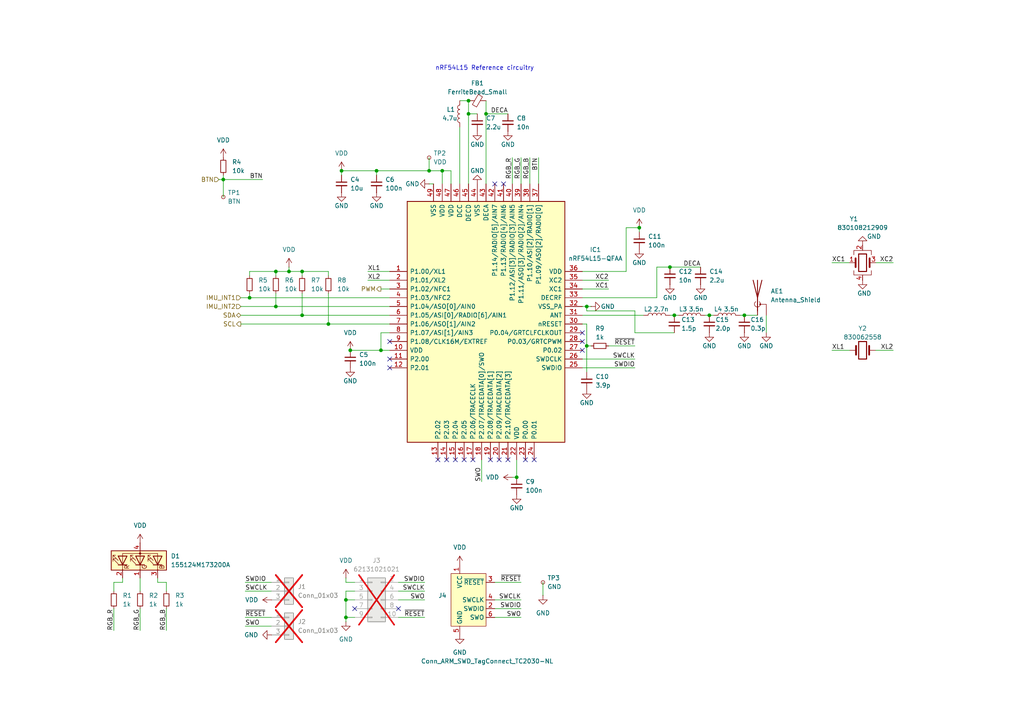
<source format=kicad_sch>
(kicad_sch (version 20231120) (generator "eeschema") (generator_version "8.0")
  (paper "A4")
  (lib_symbols
    (symbol "Connector:Conn_ARM_SWD_TagConnect_TC2030-NL" (in_bom no)
      (property "Reference" "J" (at 2.54 11.43 0))
      (property "Value" "Conn_ARM_SWD_TagConnect_TC2030-NL" (at 2.54 8.89 0))
      (symbol "Conn_ARM_SWD_TagConnect_TC2030-NL_0_0"
        (pin power_in line (at -2.54 10.16 270) (length 2.54) (name "VCC") (number "1"))
        (pin bidirectional line (at 7.62 -2.54 180) (length 2.54) (name "SWDIO") (number "2"))
        (pin open_collector line (at 7.62 5.08 180) (length 2.54) (name "~{RESET}") (number "3"))
        (pin output line (at 7.62 0 180) (length 2.54) (name "SWCLK") (number "4"))
        (pin power_in line (at -2.54 -10.16 90) (length 2.54) (name "GND") (number "5"))
        (pin input line (at 7.62 -5.08 180) (length 2.54) (name "SWO") (number "6"))
      )
      (symbol "Conn_ARM_SWD_TagConnect_TC2030-NL_0_1"
        (rectangle (start -5.08 7.62) (end 5.08 -7.62) (fill (type background)))
      )
    )
    (symbol "Connector:TestPoint_Small" (pin_numbers hide) (pin_names (offset 0.762) hide)
      (property "Reference" "TP" (at 0 3.81 0))
      (property "Value" "TestPoint_Small" (at 0 2.032 0))
      (symbol "TestPoint_Small_0_1"
        (circle (center 0 0) (radius 0.508))
      )
      (symbol "TestPoint_Small_1_1"
        (pin passive line (at 0 0 90) (length 0) (name "1") (number "1"))
      )
    )
    (symbol "Connector_Generic:Conn_01x03" (pin_names (offset 1.016) hide)
      (property "Reference" "J" (at 0 5.08 0))
      (property "Value" "Conn_01x03" (at 0 -5.08 0))
      (symbol "Conn_01x03_1_1"
        (rectangle (start -1.27 -2.413) (end 0 -2.667) (stroke (width 0.1524)))
        (rectangle (start -1.27 0.127) (end 0 -0.127) (stroke (width 0.1524)))
        (rectangle (start -1.27 2.667) (end 0 2.413) (stroke (width 0.1524)))
        (rectangle (start -1.27 3.81) (end 1.27 -3.81) (stroke (width 0.254)) (fill (type background)))
        (pin passive line (at -5.08 2.54 0) (length 3.81) (name "Pin_1") (number "1"))
        (pin passive line (at -5.08 0 0) (length 3.81) (name "Pin_2") (number "2"))
        (pin passive line (at -5.08 -2.54 0) (length 3.81) (name "Pin_3") (number "3"))
      )
    )
    (symbol "Connector_Generic:Conn_02x05_Odd_Even" (pin_names (offset 1.016) hide)
      (property "Reference" "J" (at 1.27 7.62 0))
      (property "Value" "Conn_02x05_Odd_Even" (at 1.27 -7.62 0))
      (symbol "Conn_02x05_Odd_Even_1_1"
        (rectangle (start -1.27 -4.953) (end 0 -5.207) (stroke (width 0.1524)))
        (rectangle (start -1.27 -2.413) (end 0 -2.667) (stroke (width 0.1524)))
        (rectangle (start -1.27 0.127) (end 0 -0.127) (stroke (width 0.1524)))
        (rectangle (start -1.27 2.667) (end 0 2.413) (stroke (width 0.1524)))
        (rectangle (start -1.27 5.207) (end 0 4.953) (stroke (width 0.1524)))
        (rectangle (start -1.27 6.35) (end 3.81 -6.35) (stroke (width 0.254)) (fill (type background)))
        (rectangle (start 3.81 -4.953) (end 2.54 -5.207) (stroke (width 0.1524)))
        (rectangle (start 3.81 -2.413) (end 2.54 -2.667) (stroke (width 0.1524)))
        (rectangle (start 3.81 0.127) (end 2.54 -0.127) (stroke (width 0.1524)))
        (rectangle (start 3.81 2.667) (end 2.54 2.413) (stroke (width 0.1524)))
        (rectangle (start 3.81 5.207) (end 2.54 4.953) (stroke (width 0.1524)))
        (pin passive line (at -5.08 5.08 0) (length 3.81) (name "Pin_1") (number "1"))
        (pin passive line (at 7.62 -5.08 180) (length 3.81) (name "Pin_10") (number "10"))
        (pin passive line (at 7.62 5.08 180) (length 3.81) (name "Pin_2") (number "2"))
        (pin passive line (at -5.08 2.54 0) (length 3.81) (name "Pin_3") (number "3"))
        (pin passive line (at 7.62 2.54 180) (length 3.81) (name "Pin_4") (number "4"))
        (pin passive line (at -5.08 0 0) (length 3.81) (name "Pin_5") (number "5"))
        (pin passive line (at 7.62 0 180) (length 3.81) (name "Pin_6") (number "6"))
        (pin passive line (at -5.08 -2.54 0) (length 3.81) (name "Pin_7") (number "7"))
        (pin passive line (at 7.62 -2.54 180) (length 3.81) (name "Pin_8") (number "8"))
        (pin passive line (at -5.08 -5.08 0) (length 3.81) (name "Pin_9") (number "9"))
      )
    )
    (symbol "Device:Antenna_Shield" (pin_numbers hide) (pin_names (offset 1.016) hide)
      (property "Reference" "AE" (at -1.905 4.445 0))
      (property "Value" "Antenna_Shield" (at -1.905 2.54 0))
      (symbol "Antenna_Shield_0_1"
        (arc (start -0.508 -1.143) (mid -0.8429 -2.1194) (end 0 -2.667))
        (arc (start 0 -2.667) (mid 0.7989 -2.1052) (end 0.508 -1.143))
        (polyline (pts (xy 0 -2.54) (xy 0 0)))
        (polyline (pts (xy 0 5.08) (xy 0 -3.81)) (stroke (width 0.254)))
        (polyline (pts (xy 0.762 -1.905) (xy 2.54 -1.905)))
        (polyline (pts (xy 2.54 -2.54) (xy 2.54 -1.905)))
        (polyline (pts (xy 1.27 5.08) (xy 0 0) (xy -1.27 5.08)) (stroke (width 0.254)))
        (circle (center 0.762 -1.905) (radius 0.1778) (fill (type outline)))
      )
      (symbol "Antenna_Shield_1_1"
        (pin input line (at 0 -5.08 90) (length 2.54) (name "A") (number "1"))
        (pin input line (at 2.54 -5.08 90) (length 2.54) (name "Shield") (number "2"))
      )
    )
    (symbol "Device:C_Small" (pin_numbers hide) (pin_names (offset 0.254) hide)
      (property "Reference" "C" (at 0.254 1.778 0))
      (property "Value" "C_Small" (at 0.254 -2.032 0))
      (symbol "C_Small_0_1"
        (polyline (pts (xy -1.524 -0.508) (xy 1.524 -0.508)) (stroke (width 0.3302)))
        (polyline (pts (xy -1.524 0.508) (xy 1.524 0.508)) (stroke (width 0.3048)))
      )
      (symbol "C_Small_1_1"
        (pin passive line (at 0 2.54 270) (length 2.032) (name "~") (number "1"))
        (pin passive line (at 0 -2.54 90) (length 2.032) (name "~") (number "2"))
      )
    )
    (symbol "Device:Crystal" (pin_numbers hide) (pin_names (offset 1.016) hide)
      (property "Reference" "Y" (at 0 3.81 0))
      (property "Value" "Crystal" (at 0 -3.81 0))
      (symbol "Crystal_0_1"
        (rectangle (start -1.143 2.54) (end 1.143 -2.54) (stroke (width 0.3048)))
        (polyline (pts (xy -2.54 0) (xy -1.905 0)))
        (polyline (pts (xy -1.905 -1.27) (xy -1.905 1.27)) (stroke (width 0.508)))
        (polyline (pts (xy 1.905 -1.27) (xy 1.905 1.27)) (stroke (width 0.508)))
        (polyline (pts (xy 2.54 0) (xy 1.905 0)))
      )
      (symbol "Crystal_1_1"
        (pin passive line (at -3.81 0 0) (length 1.27) (name "1") (number "1"))
        (pin passive line (at 3.81 0 180) (length 1.27) (name "2") (number "2"))
      )
    )
    (symbol "Device:Crystal_GND24" (pin_names (offset 1.016) hide)
      (property "Reference" "Y" (at 3.175 5.08 0))
      (property "Value" "Crystal_GND24" (at 3.175 3.175 0))
      (symbol "Crystal_GND24_0_1"
        (rectangle (start -1.143 2.54) (end 1.143 -2.54) (stroke (width 0.3048)))
        (polyline (pts (xy -2.54 0) (xy -2.032 0)))
        (polyline (pts (xy -2.032 -1.27) (xy -2.032 1.27)) (stroke (width 0.508)))
        (polyline (pts (xy 0 -3.81) (xy 0 -3.556)))
        (polyline (pts (xy 0 3.556) (xy 0 3.81)))
        (polyline (pts (xy 2.032 -1.27) (xy 2.032 1.27)) (stroke (width 0.508)))
        (polyline (pts (xy 2.032 0) (xy 2.54 0)))
        (polyline (pts (xy -2.54 -2.286) (xy -2.54 -3.556) (xy 2.54 -3.556) (xy 2.54 -2.286)))
        (polyline (pts (xy -2.54 2.286) (xy -2.54 3.556) (xy 2.54 3.556) (xy 2.54 2.286)))
      )
      (symbol "Crystal_GND24_1_1"
        (pin passive line (at -3.81 0 0) (length 1.27) (name "1") (number "1"))
        (pin passive line (at 0 5.08 270) (length 1.27) (name "2") (number "2"))
        (pin passive line (at 3.81 0 180) (length 1.27) (name "3") (number "3"))
        (pin passive line (at 0 -5.08 90) (length 1.27) (name "4") (number "4"))
      )
    )
    (symbol "Device:FerriteBead_Small" (pin_numbers hide) (pin_names (offset 0))
      (property "Reference" "FB" (at 1.905 1.27 0))
      (property "Value" "FerriteBead_Small" (at 1.905 -1.27 0))
      (symbol "FerriteBead_Small_0_1"
        (polyline (pts (xy 0 -1.27) (xy 0 -0.7874)))
        (polyline (pts (xy 0 0.889) (xy 0 1.2954)))
        (polyline (pts (xy -1.8288 0.2794) (xy -1.1176 1.4986) (xy 1.8288 -0.2032) (xy 1.1176 -1.4224) (xy -1.8288 0.2794)))
      )
      (symbol "FerriteBead_Small_1_1"
        (pin passive line (at 0 2.54 270) (length 1.27) (name "~") (number "1"))
        (pin passive line (at 0 -2.54 90) (length 1.27) (name "~") (number "2"))
      )
    )
    (symbol "Device:L" (pin_numbers hide) (pin_names (offset 1.016) hide)
      (property "Reference" "L" (at -1.27 0 90))
      (property "Value" "L" (at 1.905 0 90))
      (symbol "L_0_1"
        (arc (start 0 -2.54) (mid 0.6323 -1.905) (end 0 -1.27))
        (arc (start 0 -1.27) (mid 0.6323 -0.635) (end 0 0))
        (arc (start 0 0) (mid 0.6323 0.635) (end 0 1.27))
        (arc (start 0 1.27) (mid 0.6323 1.905) (end 0 2.54))
      )
      (symbol "L_1_1"
        (pin passive line (at 0 3.81 270) (length 1.27) (name "1") (number "1"))
        (pin passive line (at 0 -3.81 90) (length 1.27) (name "2") (number "2"))
      )
    )
    (symbol "Device:LED_GRBA" (pin_names (offset 0) hide)
      (property "Reference" "D" (at 0 9.398 0))
      (property "Value" "LED_GRBA" (at 0 -8.89 0))
      (symbol "LED_GRBA_0_0"
        (text "B" (at -1.905 -6.35 0) (effects (font (size 1.27 1.27))))
        (text "G" (at -1.905 -1.27 0) (effects (font (size 1.27 1.27))))
        (text "R" (at -1.905 3.81 0) (effects (font (size 1.27 1.27))))
      )
      (symbol "LED_GRBA_0_1"
        (polyline (pts (xy -1.27 -5.08) (xy -2.54 -5.08)))
        (polyline (pts (xy -1.27 -5.08) (xy 1.27 -5.08)))
        (polyline (pts (xy -1.27 -3.81) (xy -1.27 -6.35)) (stroke (width 0.254)))
        (polyline (pts (xy -1.27 0) (xy -2.54 0)))
        (polyline (pts (xy -1.27 1.27) (xy -1.27 -1.27)) (stroke (width 0.254)))
        (polyline (pts (xy -1.27 5.08) (xy -2.54 5.08)))
        (polyline (pts (xy -1.27 5.08) (xy 1.27 5.08)))
        (polyline (pts (xy -1.27 6.35) (xy -1.27 3.81)) (stroke (width 0.254)))
        (polyline (pts (xy 1.27 0) (xy -1.27 0)))
        (polyline (pts (xy 1.27 0) (xy 2.54 0)))
        (polyline (pts (xy -1.27 1.27) (xy -1.27 -1.27) (xy -1.27 -1.27)))
        (polyline (pts (xy -1.27 6.35) (xy -1.27 3.81) (xy -1.27 3.81)))
        (polyline (pts (xy 1.27 -5.08) (xy 2.032 -5.08) (xy 2.032 5.08) (xy 1.27 5.08)))
        (polyline (pts (xy 1.27 -3.81) (xy 1.27 -6.35) (xy -1.27 -5.08) (xy 1.27 -3.81)) (stroke (width 0.254)))
        (polyline (pts (xy 1.27 1.27) (xy 1.27 -1.27) (xy -1.27 0) (xy 1.27 1.27)) (stroke (width 0.254)))
        (polyline (pts (xy 1.27 6.35) (xy 1.27 3.81) (xy -1.27 5.08) (xy 1.27 6.35)) (stroke (width 0.254)))
        (polyline (pts (xy -1.016 -3.81) (xy 0.508 -2.286) (xy -0.254 -2.286) (xy 0.508 -2.286) (xy 0.508 -3.048)))
        (polyline (pts (xy -1.016 1.27) (xy 0.508 2.794) (xy -0.254 2.794) (xy 0.508 2.794) (xy 0.508 2.032)))
        (polyline (pts (xy -1.016 6.35) (xy 0.508 7.874) (xy -0.254 7.874) (xy 0.508 7.874) (xy 0.508 7.112)))
        (polyline (pts (xy 0 -3.81) (xy 1.524 -2.286) (xy 0.762 -2.286) (xy 1.524 -2.286) (xy 1.524 -3.048)))
        (polyline (pts (xy 0 1.27) (xy 1.524 2.794) (xy 0.762 2.794) (xy 1.524 2.794) (xy 1.524 2.032)))
        (polyline (pts (xy 0 6.35) (xy 1.524 7.874) (xy 0.762 7.874) (xy 1.524 7.874) (xy 1.524 7.112)))
        (rectangle (start 1.27 -1.27) (end 1.27 1.27))
        (rectangle (start 1.27 1.27) (end 1.27 1.27))
        (rectangle (start 1.27 3.81) (end 1.27 6.35))
        (rectangle (start 1.27 6.35) (end 1.27 6.35))
        (circle (center 2.032 0) (radius 0.254) (fill (type outline)))
        (rectangle (start 2.794 8.382) (end -2.794 -7.62) (stroke (width 0.254)) (fill (type background)))
      )
      (symbol "LED_GRBA_1_1"
        (pin passive line (at -5.08 0 0) (length 2.54) (name "GK") (number "1"))
        (pin passive line (at -5.08 5.08 0) (length 2.54) (name "RK") (number "2"))
        (pin passive line (at -5.08 -5.08 0) (length 2.54) (name "BK") (number "3"))
        (pin passive line (at 5.08 0 180) (length 2.54) (name "A") (number "4"))
      )
    )
    (symbol "Device:R_Small" (pin_numbers hide) (pin_names (offset 0.254) hide)
      (property "Reference" "R" (at 0.762 0.508 0))
      (property "Value" "R_Small" (at 0.762 -1.016 0))
      (symbol "R_Small_0_1"
        (rectangle (start -0.762 1.778) (end 0.762 -1.778) (stroke (width 0.2032)))
      )
      (symbol "R_Small_1_1"
        (pin passive line (at 0 2.54 270) (length 0.762) (name "~") (number "1"))
        (pin passive line (at 0 -2.54 90) (length 0.762) (name "~") (number "2"))
      )
    )
    (symbol "bao-lib:nRF54L15-QFAA" (pin_names (offset 0.762))
      (property "Reference" "IC" (at 51.562 28.194 0))
      (property "Value" "nRF54L15-QFAA" (at 51.562 25.654 0))
      (symbol "nRF54L15-QFAA_0_0"
        (pin passive line (at 55.88 -2.54 180) (length 5.08) (name "XC2") (number "35"))
      )
      (symbol "nRF54L15-QFAA_0_1"
        (rectangle (start 5.08 20.32) (end 50.8 -49.53) (stroke (width 0.254)) (fill (type background)))
      )
      (symbol "nRF54L15-QFAA_1_0"
        (pin passive line (at 0 0 0) (length 5.08) (name "P1.00/XL1") (number "1"))
        (pin passive line (at 0 -22.86 0) (length 5.08) (name "VDD") (number "10"))
        (pin passive line (at 0 -25.4 0) (length 5.08) (name "P2.00") (number "11"))
        (pin passive line (at 0 -27.94 0) (length 5.08) (name "P2.01") (number "12"))
        (pin passive line (at 13.97 -54.61 90) (length 5.08) (name "P2.02") (number "13"))
        (pin passive line (at 16.51 -54.61 90) (length 5.08) (name "P2.03") (number "14"))
        (pin passive line (at 19.05 -54.61 90) (length 5.08) (name "P2.04") (number "15"))
        (pin passive line (at 21.59 -54.61 90) (length 5.08) (name "P2.05") (number "16"))
        (pin passive line (at 24.13 -54.61 90) (length 5.08) (name "P2.06/TRACECLK") (number "17"))
        (pin passive line (at 26.67 -54.61 90) (length 5.08) (name "P2.07/TRACEDATA[0]/SWO") (number "18"))
        (pin passive line (at 29.21 -54.61 90) (length 5.08) (name "P2.08/TRACEDATA[1]") (number "19"))
        (pin passive line (at 0 -2.54 0) (length 5.08) (name "P1.01/XL2") (number "2"))
        (pin passive line (at 31.75 -54.61 90) (length 5.08) (name "P2.09/TRACEDATA[2]") (number "20"))
        (pin passive line (at 34.29 -54.61 90) (length 5.08) (name "P2.10/TRACEDATA[3]") (number "21"))
        (pin passive line (at 36.83 -54.61 90) (length 5.08) (name "VDD") (number "22"))
        (pin passive line (at 39.37 -54.61 90) (length 5.08) (name "P0.00") (number "23"))
        (pin passive line (at 41.91 -54.61 90) (length 5.08) (name "P0.01") (number "24"))
        (pin passive line (at 55.88 -27.94 180) (length 5.08) (name "SWDIO") (number "25"))
        (pin passive line (at 55.88 -25.4 180) (length 5.08) (name "SWDCLK") (number "26"))
        (pin passive line (at 55.88 -22.86 180) (length 5.08) (name "P0.02") (number "27"))
        (pin passive line (at 55.88 -20.32 180) (length 5.08) (name "P0.03/GRTCPWM") (number "28"))
        (pin passive line (at 55.88 -17.78 180) (length 5.08) (name "P0.04/GRTCLFCLKOUT") (number "29"))
        (pin passive line (at 0 -5.08 0) (length 5.08) (name "P1.02/NFC1") (number "3"))
        (pin passive line (at 55.88 -15.24 180) (length 5.08) (name "nRESET") (number "30"))
        (pin passive line (at 55.88 -12.7 180) (length 5.08) (name "ANT") (number "31"))
        (pin passive line (at 55.88 -10.16 180) (length 5.08) (name "VSS_PA") (number "32"))
        (pin passive line (at 55.88 -7.62 180) (length 5.08) (name "DECRF") (number "33"))
        (pin passive line (at 55.88 -5.08 180) (length 5.08) (name "XC1") (number "34"))
        (pin passive line (at 55.88 0 180) (length 5.08) (name "VDD") (number "36"))
        (pin passive line (at 43.18 25.4 270) (length 5.08) (name "P1.09/ASO[2]/RADIO[0]") (number "37"))
        (pin passive line (at 40.64 25.4 270) (length 5.08) (name "P1.10/ASI[2]/RADIO[1]") (number "38"))
        (pin passive line (at 38.1 25.4 270) (length 5.08) (name "P1.11/ASO[3]/RADIO[2]/AIN4") (number "39"))
        (pin passive line (at 0 -7.62 0) (length 5.08) (name "P1.03/NFC2") (number "4"))
        (pin passive line (at 35.56 25.4 270) (length 5.08) (name "P1.12/ASI[3]/RADIO[3]/AIN5") (number "40"))
        (pin passive line (at 33.02 25.4 270) (length 5.08) (name "P1.13/RADIO[4]/AIN6") (number "41"))
        (pin passive line (at 30.48 25.4 270) (length 5.08) (name "P1.14/RADIO[5]/AIN7") (number "42"))
        (pin passive line (at 27.94 25.4 270) (length 5.08) (name "DECA") (number "43"))
        (pin passive line (at 25.4 25.4 270) (length 5.08) (name "VSS") (number "44"))
        (pin passive line (at 22.86 25.4 270) (length 5.08) (name "DECD") (number "45"))
        (pin passive line (at 20.32 25.4 270) (length 5.08) (name "DCC") (number "46"))
        (pin passive line (at 17.78 25.4 270) (length 5.08) (name "VDD") (number "47"))
        (pin passive line (at 15.24 25.4 270) (length 5.08) (name "VDD") (number "48"))
        (pin passive line (at 12.7 25.4 270) (length 5.08) (name "VSS") (number "49"))
        (pin passive line (at 0 -10.16 0) (length 5.08) (name "P1.04/ASO[0]/AIN0") (number "5"))
        (pin passive line (at 0 -12.7 0) (length 5.08) (name "P1.05/ASI[0]/RADIO[6]/AIN1") (number "6"))
        (pin passive line (at 0 -15.24 0) (length 5.08) (name "P1.06/ASO[1]/AIN2") (number "7"))
        (pin passive line (at 0 -17.78 0) (length 5.08) (name "P1.07/ASI[1]/AIN3") (number "8"))
        (pin passive line (at 0 -20.32 0) (length 5.08) (name "P1.08/CLK16M/EXTREF") (number "9"))
      )
    )
    (symbol "power:GND" (power) (pin_numbers hide) (pin_names (offset 0) hide)
      (property "Value" "GND" (at 0 -3.81 0))
      (symbol "GND_0_1"
        (polyline (pts (xy 0 0) (xy 0 -1.27) (xy 1.27 -1.27) (xy 0 -2.54) (xy -1.27 -1.27) (xy 0 -1.27)))
      )
      (symbol "GND_1_1"
        (pin power_in line (at 0 0 270) (length 0) (name "~") (number "1"))
      )
    )
    (symbol "power:VDD" (power) (pin_numbers hide) (pin_names (offset 0) hide)
      (property "Value" "VDD" (at 0 3.556 0))
      (symbol "VDD_0_1"
        (polyline (pts (xy -0.762 1.27) (xy 0 2.54)))
        (polyline (pts (xy 0 0) (xy 0 2.54)))
        (polyline (pts (xy 0 2.54) (xy 0.762 1.27)))
      )
      (symbol "VDD_1_1"
        (pin power_in line (at 0 0 90) (length 0) (name "~") (number "1"))
      )
    )
  )
  (junction (at 195.58 91.44))
  (junction (at 109.22 49.53))
  (junction (at 170.18 100.33))
  (junction (at 64.77 52.07))
  (junction (at 128.27 49.53))
  (junction (at 135.89 29.21))
  (junction (at 72.39 86.36))
  (junction (at 87.63 91.44))
  (junction (at 205.74 91.44))
  (junction (at 83.82 78.74))
  (junction (at 140.97 33.02))
  (junction (at 87.63 78.74))
  (junction (at 124.46 49.53))
  (junction (at 194.31 77.47))
  (junction (at 95.25 93.98))
  (junction (at 100.33 173.99))
  (junction (at 80.01 88.9))
  (junction (at 215.9 91.44))
  (junction (at 149.86 138.43))
  (junction (at 135.89 33.02))
  (junction (at 99.06 49.53))
  (junction (at 100.33 179.07))
  (junction (at 185.42 66.04))
  (junction (at 170.18 88.9))
  (junction (at 80.01 78.74))
  (junction (at 110.49 101.6))
  (junction (at 101.6 101.6))
  (no_connect (at 134.62 133.35))
  (no_connect (at 168.91 96.52))
  (no_connect (at 113.03 106.68))
  (no_connect (at 132.08 133.35))
  (no_connect (at 113.03 104.14))
  (no_connect (at 146.05 53.34))
  (no_connect (at 142.24 133.35))
  (no_connect (at 113.03 99.06))
  (no_connect (at 168.91 99.06))
  (no_connect (at 154.94 133.35))
  (no_connect (at 115.57 176.53))
  (no_connect (at 127 133.35))
  (no_connect (at 137.16 133.35))
  (no_connect (at 102.87 176.53))
  (no_connect (at 129.54 133.35))
  (no_connect (at 152.4 133.35))
  (no_connect (at 144.78 133.35))
  (no_connect (at 147.32 133.35))
  (no_connect (at 143.51 53.34))
  (no_connect (at 168.91 101.6))
  (wire (pts (xy 168.91 81.28) (xy 176.53 81.28)))
  (wire (pts (xy 143.51 173.99) (xy 151.13 173.99)))
  (wire (pts (xy 184.15 90.17) (xy 170.18 90.17)))
  (wire (pts (xy 151.13 168.91) (xy 143.51 168.91)))
  (wire (pts (xy 87.63 91.44) (xy 87.63 85.09)))
  (wire (pts (xy 110.49 96.52) (xy 110.49 101.6)))
  (wire (pts (xy 130.81 53.34) (xy 130.81 49.53)))
  (wire (pts (xy 185.42 66.04) (xy 185.42 67.31)))
  (wire (pts (xy 196.85 91.44) (xy 195.58 91.44)))
  (wire (pts (xy 148.59 45.72) (xy 148.59 53.34)))
  (wire (pts (xy 87.63 91.44) (xy 113.03 91.44)))
  (wire (pts (xy 35.56 168.91) (xy 33.02 168.91)))
  (wire (pts (xy 35.56 167.64) (xy 35.56 168.91)))
  (wire (pts (xy 45.72 167.64) (xy 45.72 168.91)))
  (wire (pts (xy 203.2 77.47) (xy 194.31 77.47)))
  (wire (pts (xy 124.46 53.34) (xy 125.73 53.34)))
  (wire (pts (xy 99.06 49.53) (xy 109.22 49.53)))
  (wire (pts (xy 71.12 168.91) (xy 78.74 168.91)))
  (wire (pts (xy 64.77 52.07) (xy 76.2 52.07)))
  (wire (pts (xy 168.91 91.44) (xy 186.69 91.44)))
  (wire (pts (xy 205.74 91.44) (xy 207.01 91.44)))
  (wire (pts (xy 222.25 91.44) (xy 222.25 96.52)))
  (wire (pts (xy 139.7 133.35) (xy 139.7 139.7)))
  (wire (pts (xy 71.12 171.45) (xy 78.74 171.45)))
  (wire (pts (xy 45.72 168.91) (xy 48.26 168.91)))
  (wire (pts (xy 181.61 66.04) (xy 181.61 78.74)))
  (wire (pts (xy 115.57 173.99) (xy 123.19 173.99)))
  (wire (pts (xy 80.01 80.01) (xy 80.01 78.74)))
  (wire (pts (xy 102.87 168.91) (xy 100.33 168.91)))
  (wire (pts (xy 95.25 80.01) (xy 95.25 78.74)))
  (wire (pts (xy 254 76.2) (xy 259.08 76.2)))
  (wire (pts (xy 195.58 91.44) (xy 194.31 91.44)))
  (wire (pts (xy 100.33 168.91) (xy 100.33 167.64)))
  (wire (pts (xy 133.35 36.83) (xy 133.35 53.34)))
  (wire (pts (xy 100.33 180.34) (xy 100.33 179.07)))
  (wire (pts (xy 149.86 133.35) (xy 149.86 138.43)))
  (wire (pts (xy 72.39 86.36) (xy 72.39 85.09)))
  (wire (pts (xy 170.18 100.33) (xy 171.45 100.33)))
  (wire (pts (xy 109.22 49.53) (xy 124.46 49.53)))
  (wire (pts (xy 71.12 181.61) (xy 78.74 181.61)))
  (wire (pts (xy 115.57 168.91) (xy 123.19 168.91)))
  (wire (pts (xy 140.97 33.02) (xy 140.97 53.34)))
  (wire (pts (xy 69.85 93.98) (xy 95.25 93.98)))
  (wire (pts (xy 168.91 106.68) (xy 184.15 106.68)))
  (wire (pts (xy 168.91 93.98) (xy 170.18 93.98)))
  (wire (pts (xy 72.39 78.74) (xy 80.01 78.74)))
  (wire (pts (xy 135.89 33.02) (xy 138.43 33.02)))
  (wire (pts (xy 181.61 66.04) (xy 185.42 66.04)))
  (wire (pts (xy 151.13 45.72) (xy 151.13 53.34)))
  (wire (pts (xy 195.58 96.52) (xy 184.15 96.52)))
  (wire (pts (xy 133.35 29.21) (xy 135.89 29.21)))
  (wire (pts (xy 101.6 101.6) (xy 110.49 101.6)))
  (wire (pts (xy 124.46 49.53) (xy 128.27 49.53)))
  (wire (pts (xy 72.39 86.36) (xy 113.03 86.36)))
  (wire (pts (xy 48.26 182.88) (xy 48.26 176.53)))
  (wire (pts (xy 63.5 52.07) (xy 64.77 52.07)))
  (wire (pts (xy 241.3 101.6) (xy 246.38 101.6)))
  (wire (pts (xy 184.15 96.52) (xy 184.15 90.17)))
  (wire (pts (xy 99.06 49.53) (xy 99.06 50.8)))
  (wire (pts (xy 110.49 96.52) (xy 113.03 96.52)))
  (wire (pts (xy 170.18 90.17) (xy 170.18 88.9)))
  (wire (pts (xy 33.02 168.91) (xy 33.02 171.45)))
  (wire (pts (xy 80.01 78.74) (xy 83.82 78.74)))
  (wire (pts (xy 115.57 179.07) (xy 123.19 179.07)))
  (wire (pts (xy 100.33 173.99) (xy 100.33 179.07)))
  (wire (pts (xy 168.91 104.14) (xy 184.15 104.14)))
  (wire (pts (xy 80.01 88.9) (xy 113.03 88.9)))
  (wire (pts (xy 135.89 29.21) (xy 135.89 33.02)))
  (wire (pts (xy 40.64 167.64) (xy 40.64 171.45)))
  (wire (pts (xy 115.57 171.45) (xy 123.19 171.45)))
  (wire (pts (xy 102.87 173.99) (xy 100.33 173.99)))
  (wire (pts (xy 128.27 53.34) (xy 128.27 49.53)))
  (wire (pts (xy 48.26 168.91) (xy 48.26 171.45)))
  (wire (pts (xy 147.32 33.02) (xy 140.97 33.02)))
  (wire (pts (xy 168.91 83.82) (xy 176.53 83.82)))
  (wire (pts (xy 71.12 179.07) (xy 78.74 179.07)))
  (wire (pts (xy 69.85 91.44) (xy 87.63 91.44)))
  (wire (pts (xy 110.49 83.82) (xy 113.03 83.82)))
  (wire (pts (xy 168.91 88.9) (xy 170.18 88.9)))
  (wire (pts (xy 102.87 171.45) (xy 100.33 171.45)))
  (wire (pts (xy 215.9 91.44) (xy 219.71 91.44)))
  (wire (pts (xy 124.46 45.72) (xy 124.46 49.53)))
  (wire (pts (xy 100.33 171.45) (xy 100.33 173.99)))
  (wire (pts (xy 33.02 182.88) (xy 33.02 176.53)))
  (wire (pts (xy 241.3 76.2) (xy 246.38 76.2)))
  (wire (pts (xy 171.45 88.9) (xy 170.18 88.9)))
  (wire (pts (xy 95.25 93.98) (xy 95.25 85.09)))
  (wire (pts (xy 109.22 49.53) (xy 109.22 50.8)))
  (wire (pts (xy 64.77 52.07) (xy 64.77 57.15)))
  (wire (pts (xy 157.48 168.91) (xy 157.48 172.72)))
  (wire (pts (xy 140.97 29.21) (xy 140.97 33.02)))
  (wire (pts (xy 106.68 81.28) (xy 113.03 81.28)))
  (wire (pts (xy 69.85 86.36) (xy 72.39 86.36)))
  (wire (pts (xy 190.5 86.36) (xy 168.91 86.36)))
  (wire (pts (xy 110.49 101.6) (xy 113.03 101.6)))
  (wire (pts (xy 170.18 93.98) (xy 170.18 100.33)))
  (wire (pts (xy 214.63 91.44) (xy 215.9 91.44)))
  (wire (pts (xy 204.47 91.44) (xy 205.74 91.44)))
  (wire (pts (xy 135.89 33.02) (xy 135.89 53.34)))
  (wire (pts (xy 40.64 182.88) (xy 40.64 176.53)))
  (wire (pts (xy 95.25 78.74) (xy 87.63 78.74)))
  (wire (pts (xy 106.68 78.74) (xy 113.03 78.74)))
  (wire (pts (xy 130.81 49.53) (xy 128.27 49.53)))
  (wire (pts (xy 168.91 78.74) (xy 181.61 78.74)))
  (wire (pts (xy 176.53 100.33) (xy 184.15 100.33)))
  (wire (pts (xy 156.21 45.72) (xy 156.21 53.34)))
  (wire (pts (xy 87.63 80.01) (xy 87.63 78.74)))
  (wire (pts (xy 95.25 93.98) (xy 113.03 93.98)))
  (wire (pts (xy 194.31 77.47) (xy 190.5 77.47)))
  (wire (pts (xy 100.33 179.07) (xy 102.87 179.07)))
  (wire (pts (xy 190.5 77.47) (xy 190.5 86.36)))
  (wire (pts (xy 69.85 88.9) (xy 80.01 88.9)))
  (wire (pts (xy 72.39 80.01) (xy 72.39 78.74)))
  (wire (pts (xy 87.63 78.74) (xy 83.82 78.74)))
  (wire (pts (xy 170.18 100.33) (xy 170.18 107.95)))
  (wire (pts (xy 153.67 45.72) (xy 153.67 53.34)))
  (wire (pts (xy 254 101.6) (xy 259.08 101.6)))
  (wire (pts (xy 148.59 138.43) (xy 149.86 138.43)))
  (wire (pts (xy 151.13 176.53) (xy 143.51 176.53)))
  (wire (pts (xy 83.82 77.47) (xy 83.82 78.74)))
  (wire (pts (xy 80.01 88.9) (xy 80.01 85.09)))
  (wire (pts (xy 143.51 179.07) (xy 151.13 179.07)))
  (wire (pts (xy 64.77 52.07) (xy 64.77 50.8)))
  (text "nRF54L15 Reference circuitry" (at 126.238 20.574 0) (effects (font (size 1.27 1.27)) (justify left bottom)))
  (label "~{RESET}" (at 71.12 179.07 0))
  (label "BTN" (at 156.21 45.72 270))
  (label "DECA" (at 147.32 33.02 180))
  (label "~{RESET}" (at 151.13 168.91 180))
  (label "XC1" (at 176.53 83.82 180))
  (label "SWCLK" (at 123.19 171.45 180))
  (label "~{RESET}" (at 184.15 100.33 180))
  (label "XL1" (at 241.3 101.6 0))
  (label "SWO" (at 139.7 139.7 90))
  (label "SWDIO" (at 123.19 168.91 180))
  (label "SWO" (at 123.19 173.99 180))
  (label "SWO" (at 71.12 181.61 0))
  (label "SWCLK" (at 71.12 171.45 0))
  (label "RGB_R" (at 148.59 45.72 270))
  (label "RGB_B" (at 153.67 45.72 270))
  (label "XL2" (at 259.08 101.6 180))
  (label "XL1" (at 106.68 78.74 0))
  (label "RGB_B" (at 48.26 182.88 90))
  (label "RGB_G" (at 151.13 45.72 270))
  (label "DECA" (at 203.2 77.47 180))
  (label "RGB_R" (at 33.02 182.88 90))
  (label "XC2" (at 259.08 76.2 180))
  (label "SWDIO" (at 71.12 168.91 0))
  (label "SWDIO" (at 184.15 106.68 180))
  (label "XL2" (at 106.68 81.28 0))
  (label "XC1" (at 241.3 76.2 0))
  (label "~{RESET}" (at 123.19 179.07 180))
  (label "SWO" (at 151.13 179.07 180))
  (label "BTN" (at 76.2 52.07 180))
  (label "SWDIO" (at 151.13 176.53 180))
  (label "SWCLK" (at 184.15 104.14 180))
  (label "SWCLK" (at 151.13 173.99 180))
  (label "RGB_G" (at 40.64 182.88 90))
  (label "XC2" (at 176.53 81.28 180))
  (hierarchical_label "PWM" (shape output) (at 110.49 83.82 180))
  (hierarchical_label "SCL" (shape output) (at 69.85 93.98 180))
  (hierarchical_label "BTN" (shape input) (at 63.5 52.07 180))
  (hierarchical_label "SDA" (shape bidirectional) (at 69.85 91.44 180))
  (hierarchical_label "IMU_INT1" (shape input) (at 69.85 86.36 180))
  (hierarchical_label "IMU_INT2" (shape input) (at 69.85 88.9 180))
  (symbol (lib_id "power:GND") (at 171.45 88.9 90) (unit 1)
    (property "Reference" "#PWR029" (effects (hide yes)))
    (property "Value" "GND" (at 176.276 88.9 90))
  )
  (symbol (lib_id "power:GND") (at 147.32 38.1 0) (unit 1)
    (property "Reference" "#PWR024" (effects (hide yes)))
    (property "Value" "GND" (at 147.32 41.91 0))
  )
  (symbol (lib_id "power:VDD") (at 100.33 167.64 0) (unit 1)
    (property "Reference" "#PWR014" (effects (hide yes)))
    (property "Value" "VDD" (at 100.33 162.56 0))
    (property "Description" "Power symbol creates a global label with name \"VDD\"" (effects (hide yes)))
  )
  (symbol (lib_id "Device:C_Small") (at 185.42 69.85 0) (unit 1)
    (property "Reference" "C11" (at 187.96 68.5862 0) (effects (justify left)))
    (property "Value" "100n" (at 187.96 71.1262 0) (effects (justify left)))
    (property "Footprint" "Capacitor_SMD:C_0402_1005Metric" (effects (hide yes)))
    (property "Description" "Unpolarized capacitor, small symbol" (effects (hide yes)))
    (property "MPN" "885012205018" (effects (hide yes)))
  )
  (symbol (lib_id "power:GND") (at 133.35 184.15 0) (unit 1)
    (property "Reference" "#PWR021" (effects (hide yes)))
    (property "Value" "GND" (at 133.35 189.23 0))
    (property "Description" "Power symbol creates a global label with name \"GND\" , ground" (effects (hide yes)))
  )
  (symbol (lib_id "Device:C_Small") (at 194.31 80.01 0) (unit 1)
    (property "Reference" "C12" (at 196.85 78.7462 0) (effects (justify left)))
    (property "Value" "10n" (at 196.85 81.2862 0) (effects (justify left)))
    (property "Footprint" "Capacitor_SMD:C_0402_1005Metric" (effects (hide yes)))
    (property "Description" "Unpolarized capacitor, small symbol" (effects (hide yes)))
    (property "MPN" "885012205012" (effects (hide yes)))
  )
  (symbol (lib_id "power:GND") (at 203.2 82.55 0) (unit 1)
    (property "Reference" "#PWR033" (effects (hide yes)))
    (property "Value" "GND" (at 203.2 86.36 0))
  )
  (symbol (lib_id "Device:C_Small") (at 195.58 93.98 0) (unit 1)
    (property "Reference" "C13" (at 197.612 92.71 0) (effects (justify left)))
    (property "Value" "1.5p" (at 197.612 95.25 0) (effects (justify left)))
    (property "Footprint" "Capacitor_SMD:C_0402_1005Metric" (effects (hide yes)))
    (property "Description" "Unpolarized capacitor, small symbol" (effects (hide yes)))
    (property "MPN" "CBR04C159A3GAC/GJM1555C1H1R5WB01D" (effects (hide yes)))
  )
  (symbol (lib_id "Device:R_Small") (at 64.77 48.26 0) (unit 1)
    (property "Reference" "R4" (at 67.31 46.9899 0) (effects (justify left)))
    (property "Value" "10k" (at 67.31 49.5299 0) (effects (justify left)))
    (property "Footprint" "Resistor_SMD:R_0402_1005Metric" (effects (hide yes)))
    (property "Description" "Resistor, small symbol" (effects (hide yes)))
    (property "MPN" "560112110020" (effects (hide yes)))
  )
  (symbol (lib_id "Device:C_Small") (at 215.9 93.98 0) (unit 1)
    (property "Reference" "C16" (at 217.678 92.71 0) (effects (justify left)))
    (property "Value" "0.3p" (at 217.678 95.25 0) (effects (justify left)))
    (property "Footprint" "Capacitor_SMD:C_0402_1005Metric" (effects (hide yes)))
    (property "Description" "Unpolarized capacitor, small symbol" (effects (hide yes)))
    (property "MPN" "GJM1555C1HR30BB01D" (effects (hide yes)))
  )
  (symbol (lib_id "Connector:TestPoint_Small") (at 124.46 45.72 0) (unit 1) (in_bom no)
    (property "Reference" "TP2" (at 125.73 44.4499 0) (effects (justify left)))
    (property "Value" "VDD" (at 125.73 46.9899 0) (effects (justify left)))
    (property "Footprint" "TestPoint:TestPoint_Pad_D1.0mm" (effects (hide yes)))
    (property "Description" "test point" (effects (hide yes)))
  )
  (symbol (lib_id "power:GND") (at 124.46 53.34 270) (unit 1)
    (property "Reference" "#PWR019" (effects (hide yes)))
    (property "Value" "GND" (at 121.666 53.34 90) (effects (justify right)))
  )
  (symbol (lib_id "power:GND") (at 250.19 71.12 180) (unit 1)
    (property "Reference" "#PWR037" (effects (hide yes)))
    (property "Value" "GND" (at 251.46 68.58 0) (effects (justify right)))
  )
  (symbol (lib_id "Device:C_Small") (at 203.2 80.01 0) (unit 1)
    (property "Reference" "C14" (at 205.74 78.7462 0) (effects (justify left)))
    (property "Value" "2.2u" (at 205.74 81.2862 0) (effects (justify left)))
    (property "Footprint" "Capacitor_SMD:C_0402_1005Metric" (effects (hide yes)))
    (property "Description" "Unpolarized capacitor, small symbol" (effects (hide yes)))
    (property "MPN" "885012105013 " (effects (hide yes)))
  )
  (symbol (lib_id "Device:R_Small") (at 173.99 100.33 90) (unit 1)
    (property "Reference" "R9" (at 173.99 95.25 90))
    (property "Value" "1k" (at 173.99 97.79 90))
    (property "Footprint" "Resistor_SMD:R_0402_1005Metric" (effects (hide yes)))
    (property "Description" "Resistor, small symbol" (effects (hide yes)))
    (property "MPN" "560112110012" (effects (hide yes)))
  )
  (symbol (lib_id "power:GND") (at 194.31 82.55 0) (unit 1)
    (property "Reference" "#PWR032" (effects (hide yes)))
    (property "Value" "GND" (at 194.31 86.36 0))
  )
  (symbol (lib_id "power:GND") (at 149.86 143.51 0) (unit 1)
    (property "Reference" "#PWR026" (effects (hide yes)))
    (property "Value" "GND" (at 149.86 147.32 0))
  )
  (symbol (lib_id "Device:Crystal") (at 250.19 101.6 0) (unit 1)
    (property "Reference" "Y2" (at 250.19 95.25 0))
    (property "Value" "830062558" (at 250.19 97.79 0))
    (property "Footprint" "Crystal:Crystal_SMD_2012-2Pin_2.0x1.2mm" (effects (hide yes)))
  )
  (symbol (lib_id "power:GND") (at 138.43 38.1 0) (unit 1)
    (property "Reference" "#PWR022" (effects (hide yes)))
    (property "Value" "GND" (at 138.43 41.91 0))
  )
  (symbol (lib_id "Device:Antenna_Shield") (at 219.71 86.36 0) (unit 1) (in_bom no)
    (property "Reference" "AE1" (at 223.52 84.4549 0) (effects (justify left)))
    (property "Value" "Antenna_Shield" (at 223.52 86.9949 0) (effects (justify left)))
    (property "Footprint" "RF_Antenna:Texas_SWRA117D_2.4GHz_Left" (effects (hide yes)))
    (property "Description" "Antenna with extra pin for shielding" (effects (hide yes)))
  )
  (symbol (lib_id "Device:C_Small") (at 101.6 104.14 0) (unit 1)
    (property "Reference" "C5" (at 104.14 102.8762 0) (effects (justify left)))
    (property "Value" "100n" (at 104.14 105.4162 0) (effects (justify left)))
    (property "Footprint" "Capacitor_SMD:C_0402_1005Metric" (effects (hide yes)))
    (property "Description" "Unpolarized capacitor, small symbol" (effects (hide yes)))
    (property "MPN" "885012205018" (effects (hide yes)))
  )
  (symbol (lib_id "Device:R_Small") (at 48.26 173.99 0) (unit 1)
    (property "Reference" "R3" (at 50.8 172.7199 0) (effects (justify left)))
    (property "Value" "1k" (at 50.8 175.2599 0) (effects (justify left)))
    (property "Footprint" "Resistor_SMD:R_0402_1005Metric" (effects (hide yes)))
    (property "Description" "Resistor, small symbol" (effects (hide yes)))
    (property "MPN" "560112110012" (effects (hide yes)))
  )
  (symbol (lib_id "Device:Crystal_GND24") (at 250.19 76.2 0) (unit 1)
    (property "Reference" "Y1" (at 247.65 63.5 0))
    (property "Value" "830108212909" (at 250.19 66.04 0))
    (property "Footprint" "Crystal:Crystal_SMD_2016-4Pin_2.0x1.6mm" (effects (hide yes)))
  )
  (symbol (lib_id "power:VDD") (at 101.6 101.6 0) (unit 1)
    (property "Reference" "#PWR016" (effects (hide yes)))
    (property "Value" "VDD" (at 101.6 96.52 0))
    (property "Description" "Power symbol creates a global label with name \"VDD\"" (effects (hide yes)))
  )
  (symbol (lib_id "Device:C_Small") (at 109.22 53.34 0) (unit 1)
    (property "Reference" "C6" (at 111.76 52.0762 0) (effects (justify left)))
    (property "Value" "100n" (at 111.76 54.6162 0) (effects (justify left)))
    (property "Footprint" "Capacitor_SMD:C_0402_1005Metric" (effects (hide yes)))
    (property "Description" "Unpolarized capacitor, small symbol" (effects (hide yes)))
    (property "MPN" "885012205018" (effects (hide yes)))
  )
  (symbol (lib_id "Connector:Conn_ARM_SWD_TagConnect_TC2030-NL") (at 135.89 173.99 0) (unit 1) (in_bom no)
    (property "Reference" "J4" (at 129.54 172.7199 0) (effects (justify right)))
    (property "Value" "Conn_ARM_SWD_TagConnect_TC2030-NL" (at 160.528 191.77 0) (effects (justify right)))
    (property "Footprint" "Connector:Tag-Connect_TC2030-IDC-NL_2x03_P1.27mm_Vertical" (effects (hide yes)))
    (property "Datasheet" "https://www.tag-connect.com/wp-content/uploads/bsk-pdf-manager/TC2030-CTX_1.pdf" (effects (hide yes)))
    (property "Description" "Tag-Connect ARM Cortex SWD JTAG connector, 6 pin, no legs" (effects (hide yes)))
  )
  (symbol (lib_id "power:VDD") (at 83.82 77.47 0) (unit 1)
    (property "Reference" "#PWR011" (effects (hide yes)))
    (property "Value" "VDD" (at 83.82 72.39 0))
    (property "Description" "Power symbol creates a global label with name \"VDD\"" (effects (hide yes)))
  )
  (symbol (lib_id "Connector:TestPoint_Small") (at 157.48 168.91 0) (unit 1) (in_bom no)
    (property "Reference" "TP3" (at 158.75 167.6399 0) (effects (justify left)))
    (property "Value" "GND" (at 158.75 170.1799 0) (effects (justify left)))
    (property "Footprint" "TestPoint:TestPoint_Pad_D1.0mm" (effects (hide yes)))
    (property "Description" "test point" (effects (hide yes)))
  )
  (symbol (lib_id "power:VDD") (at 148.59 138.43 90) (unit 1)
    (property "Reference" "#PWR025" (effects (hide yes)))
    (property "Value" "VDD" (at 144.78 138.4299 90) (effects (justify left)))
    (property "Description" "Power symbol creates a global label with name \"VDD\"" (effects (hide yes)))
  )
  (symbol (lib_id "Device:L") (at 190.5 91.44 90) (unit 1)
    (property "Reference" "L2" (at 187.96 89.662 90))
    (property "Value" "2.7n" (at 191.77 89.662 90))
    (property "Footprint" "Inductor_SMD:L_0402_1005Metric" (effects (hide yes)))
    (property "MPN" "744765027A" (effects (hide yes)))
  )
  (symbol (lib_id "power:VDD") (at 133.35 163.83 0) (unit 1)
    (property "Reference" "#PWR020" (effects (hide yes)))
    (property "Value" "VDD" (at 133.35 158.75 0))
    (property "Description" "Power symbol creates a global label with name \"VDD\"" (effects (hide yes)))
  )
  (symbol (lib_id "power:GND") (at 157.48 172.72 0) (unit 1)
    (property "Reference" "#PWR027" (effects (hide yes)))
    (property "Value" "GND" (at 157.48 177.8 0))
    (property "Description" "Power symbol creates a global label with name \"GND\" , ground" (effects (hide yes)))
  )
  (symbol (lib_id "power:GND") (at 215.9 96.52 0) (unit 1)
    (property "Reference" "#PWR035" (effects (hide yes)))
    (property "Value" "GND" (at 215.9 100.33 0))
  )
  (symbol (lib_id "Device:R_Small") (at 40.64 173.99 0) (unit 1)
    (property "Reference" "R2" (at 43.18 172.7199 0) (effects (justify left)))
    (property "Value" "1k" (at 43.18 175.2599 0) (effects (justify left)))
    (property "Footprint" "Resistor_SMD:R_0402_1005Metric" (effects (hide yes)))
    (property "Description" "Resistor, small symbol" (effects (hide yes)))
    (property "MPN" "560112110012" (effects (hide yes)))
  )
  (symbol (lib_id "Device:L") (at 133.35 33.02 180) (unit 1)
    (property "Reference" "L1" (at 129.54 31.75 0) (effects (justify right)))
    (property "Value" "4.7u" (at 128.27 34.29 0) (effects (justify right)))
    (property "Footprint" "Inductor_SMD:L_0603_1608Metric" (effects (hide yes)))
    (property "MPN" "MLZ1608M4R7WT000" (effects (hide yes)))
  )
  (symbol (lib_id "power:VDD") (at 40.64 157.48 0) (unit 1)
    (property "Reference" "#PWR07" (effects (hide yes)))
    (property "Value" "VDD" (at 40.64 152.4 0))
    (property "Description" "Power symbol creates a global label with name \"VDD\"" (effects (hide yes)))
  )
  (symbol (lib_id "Device:LED_GRBA") (at 40.64 162.56 90) (unit 1)
    (property "Reference" "D1" (at 49.53 161.2899 90) (effects (justify right)))
    (property "Value" "155124M173200A" (at 49.53 163.8299 90) (effects (justify right)))
    (property "Footprint" "bao-lib:155124M173200A" (effects (hide yes)))
    (property "Description" "RGB LED, green/red/blue/anode" (effects (hide yes)))
  )
  (symbol (lib_id "Device:C_Small") (at 205.74 93.98 0) (unit 1)
    (property "Reference" "C15" (at 207.518 92.71 0) (effects (justify left)))
    (property "Value" "2.0p" (at 207.518 95.25 0) (effects (justify left)))
    (property "Footprint" "Capacitor_SMD:C_0402_1005Metric" (effects (hide yes)))
    (property "Description" "Unpolarized capacitor, small symbol" (effects (hide yes)))
    (property "MPN" "GJM1555C1H2R0WB01D" (effects (hide yes)))
  )
  (symbol (lib_id "Device:R_Small") (at 95.25 82.55 0) (unit 1)
    (property "Reference" "R8" (at 97.79 81.2799 0) (effects (justify left)))
    (property "Value" "10k" (at 97.79 83.8199 0) (effects (justify left)))
    (property "Footprint" "Resistor_SMD:R_0402_1005Metric" (effects (hide yes)))
    (property "Description" "Resistor, small symbol" (effects (hide yes)))
    (property "MPN" "560112110020" (effects (hide yes)))
  )
  (symbol (lib_id "power:GND") (at 250.19 81.28 0) (unit 1)
    (property "Reference" "#PWR038" (effects (hide yes)))
    (property "Value" "GND" (at 252.73 85.09 0) (effects (justify right)))
  )
  (symbol (lib_id "Device:R_Small") (at 33.02 173.99 0) (unit 1)
    (property "Reference" "R1" (at 35.56 172.7199 0) (effects (justify left)))
    (property "Value" "1k" (at 35.56 175.2599 0) (effects (justify left)))
    (property "Footprint" "Resistor_SMD:R_0402_1005Metric" (effects (hide yes)))
    (property "Description" "Resistor, small symbol" (effects (hide yes)))
    (property "MPN" "560112110012" (effects (hide yes)))
  )
  (symbol (lib_id "power:GND") (at 205.74 96.52 0) (unit 1)
    (property "Reference" "#PWR034" (effects (hide yes)))
    (property "Value" "GND" (at 205.74 100.33 0))
  )
  (symbol (lib_id "Device:C_Small") (at 99.06 53.34 0) (unit 1)
    (property "Reference" "C4" (at 101.6 52.0762 0) (effects (justify left)))
    (property "Value" "10u" (at 101.6 54.6162 0) (effects (justify left)))
    (property "Footprint" "Capacitor_SMD:C_0402_1005Metric" (effects (hide yes)))
    (property "Description" "Unpolarized capacitor, small symbol" (effects (hide yes)))
    (property "MPN" "885012105020" (effects (hide yes)))
  )
  (symbol (lib_id "Device:FerriteBead_Small") (at 138.43 29.21 270) (unit 1)
    (property "Reference" "FB1" (at 138.4681 24.13 90))
    (property "Value" "FerriteBead_Small" (at 138.4681 26.67 90))
    (property "Footprint" "Inductor_SMD:L_0402_1005Metric" (effects (hide yes)))
    (property "Description" "Ferrite bead, small symbol" (effects (hide yes)))
    (property "MPN" "74279271" (effects (hide yes)))
  )
  (symbol (lib_id "Device:C_Small") (at 138.43 35.56 0) (unit 1)
    (property "Reference" "C7" (at 140.97 34.2962 0) (effects (justify left)))
    (property "Value" "2.2u" (at 140.97 36.8362 0) (effects (justify left)))
    (property "Footprint" "Capacitor_SMD:C_0402_1005Metric" (effects (hide yes)))
    (property "Description" "Unpolarized capacitor, small symbol" (effects (hide yes)))
    (property "MPN" "885012105013 " (effects (hide yes)))
  )
  (symbol (lib_id "Device:R_Small") (at 72.39 82.55 0) (unit 1)
    (property "Reference" "R5" (at 74.93 81.2799 0) (effects (justify left)))
    (property "Value" "10k" (at 74.93 83.8199 0) (effects (justify left)))
    (property "Footprint" "Resistor_SMD:R_0402_1005Metric" (effects (hide yes)))
    (property "Description" "Resistor, small symbol" (effects (hide yes)))
    (property "MPN" "560112110020" (effects (hide yes)))
  )
  (symbol (lib_id "power:GND") (at 109.22 55.88 0) (unit 1)
    (property "Reference" "#PWR018" (effects (hide yes)))
    (property "Value" "GND" (at 109.22 59.69 0))
  )
  (symbol (lib_id "Connector_Generic:Conn_01x03") (at 83.82 181.61 0) (unit 1) (in_bom no) (dnp yes)
    (property "Reference" "J2" (at 86.36 180.3399 0) (effects (justify left)))
    (property "Value" "Conn_01x03" (at 86.36 182.8799 0) (effects (justify left)))
    (property "Footprint" "Connector_PinHeader_2.54mm:PinHeader_1x03_P2.54mm_Vertical" (effects (hide yes)))
    (property "Description" "Generic connector, single row, 01x03, script generated (kicad-library-utils/schlib/autogen/connector/)" (effects (hide yes)))
  )
  (symbol (lib_id "Connector:TestPoint_Small") (at 64.77 57.15 0) (unit 1) (in_bom no)
    (property "Reference" "TP1" (at 66.04 55.8799 0) (effects (justify left)))
    (property "Value" "BTN" (at 66.04 58.4199 0) (effects (justify left)))
    (property "Footprint" "TestPoint:TestPoint_Pad_D1.0mm" (effects (hide yes)))
    (property "Description" "test point" (effects (hide yes)))
  )
  (symbol (lib_id "Device:L") (at 210.82 91.44 90) (unit 1)
    (property "Reference" "L4" (at 208.28 89.662 90))
    (property "Value" "3.5n" (at 212.09 89.662 90))
    (property "Footprint" "Inductor_SMD:L_0402_1005Metric" (effects (hide yes)))
    (property "MPN" "LQG15WH3N5B02D/MHQ1005075HA3N5BTD25" (effects (hide yes)))
  )
  (symbol (lib_id "Connector_Generic:Conn_02x05_Odd_Even") (at 107.95 173.99 0) (unit 1) (dnp yes)
    (property "Reference" "J3" (at 109.22 162.56 0))
    (property "Value" "62131021021" (at 109.22 165.1 0))
    (property "Footprint" "Connector_PinHeader_1.27mm:PinHeader_2x05_P1.27mm_Vertical_SMD" (effects (hide yes)))
    (property "Description" "Generic connector, double row, 02x05, odd/even pin numbering scheme (row 1 odd numbers, row 2 even numbers), script generated (kicad-library-utils/schlib/autogen/connector/)" (effects (hide yes)))
  )
  (symbol (lib_id "bao-lib:nRF54L15-QFAA") (at 113.03 78.74 0) (unit 1)
    (property "Reference" "IC1" (at 172.72 72.4214 0))
    (property "Value" "nRF54L15-QFAA" (at 172.72 74.9614 0))
    (property "Footprint" "Package_DFN_QFN:QFN-48-1EP_6x6mm_P0.4mm_EP4.66x4.66mm" (effects (hide yes)))
    (property "Description" "RF System on a Chip - SoC Ultra-low power Bluetooth Multiprotocol 5.4 SoC System-on-Chip" (effects (hide yes)))
    (property "Height" "0.9" (effects (hide yes)))
    (property "Manufacturer_Name" "Nordic Semiconductor" (effects (hide yes)))
    (property "Manufacturer_Part_Number" "nRF54L15-QFAA" (effects (hide yes)))
  )
  (symbol (lib_id "power:GND") (at 138.43 53.34 180) (unit 1)
    (property "Reference" "#PWR023" (effects (hide yes)))
    (property "Value" "GND" (at 138.43 49.53 0))
  )
  (symbol (lib_id "Device:R_Small") (at 80.01 82.55 0) (unit 1)
    (property "Reference" "R6" (at 82.55 81.2799 0) (effects (justify left)))
    (property "Value" "10k" (at 82.55 83.8199 0) (effects (justify left)))
    (property "Footprint" "Resistor_SMD:R_0402_1005Metric" (effects (hide yes)))
    (property "Description" "Resistor, small symbol" (effects (hide yes)))
    (property "MPN" "560112110020" (effects (hide yes)))
  )
  (symbol (lib_id "Device:C_Small") (at 147.32 35.56 0) (unit 1)
    (property "Reference" "C8" (at 149.86 34.2962 0) (effects (justify left)))
    (property "Value" "10n" (at 149.86 36.8362 0) (effects (justify left)))
    (property "Footprint" "Capacitor_SMD:C_0402_1005Metric" (effects (hide yes)))
    (property "Description" "Unpolarized capacitor, small symbol" (effects (hide yes)))
    (property "MPN" "885012205012" (effects (hide yes)))
  )
  (symbol (lib_id "power:VDD") (at 64.77 45.72 0) (unit 1)
    (property "Reference" "#PWR08" (effects (hide yes)))
    (property "Value" "VDD" (at 64.77 40.64 0))
    (property "Description" "Power symbol creates a global label with name \"VDD\"" (effects (hide yes)))
  )
  (symbol (lib_id "power:VDD") (at 185.42 66.04 0) (unit 1)
    (property "Reference" "#PWR030" (effects (hide yes)))
    (property "Value" "VDD" (at 185.42 60.96 0))
    (property "Description" "Power symbol creates a global label with name \"VDD\"" (effects (hide yes)))
  )
  (symbol (lib_id "power:GND") (at 100.33 180.34 0) (unit 1)
    (property "Reference" "#PWR015" (effects (hide yes)))
    (property "Value" "GND" (at 100.33 185.42 0))
    (property "Description" "Power symbol creates a global label with name \"GND\" , ground" (effects (hide yes)))
  )
  (symbol (lib_id "power:GND") (at 101.6 106.68 0) (unit 1)
    (property "Reference" "#PWR017" (effects (hide yes)))
    (property "Value" "GND" (at 101.6 110.49 0))
  )
  (symbol (lib_id "power:VDD") (at 78.74 173.99 90) (unit 1)
    (property "Reference" "#PWR09" (effects (hide yes)))
    (property "Value" "VDD" (at 74.93 173.9899 90) (effects (justify left)))
    (property "Description" "Power symbol creates a global label with name \"VDD\"" (effects (hide yes)))
  )
  (symbol (lib_id "Device:R_Small") (at 87.63 82.55 0) (unit 1)
    (property "Reference" "R7" (at 90.17 81.2799 0) (effects (justify left)))
    (property "Value" "10k" (at 90.17 83.8199 0) (effects (justify left)))
    (property "Footprint" "Resistor_SMD:R_0402_1005Metric" (effects (hide yes)))
    (property "Description" "Resistor, small symbol" (effects (hide yes)))
    (property "MPN" "560112110020" (effects (hide yes)))
  )
  (symbol (lib_id "Device:C_Small") (at 170.18 110.49 0) (unit 1)
    (property "Reference" "C10" (at 172.72 109.2262 0) (effects (justify left)))
    (property "Value" "3.9p" (at 172.72 111.7662 0) (effects (justify left)))
    (property "Footprint" "Capacitor_SMD:C_0402_1005Metric" (effects (hide yes)))
    (property "Description" "Unpolarized capacitor, small symbol" (effects (hide yes)))
    (property "MPN" "885012205018" (effects (hide yes)))
  )
  (symbol (lib_id "power:GND") (at 78.74 184.15 270) (unit 1)
    (property "Reference" "#PWR010" (effects (hide yes)))
    (property "Value" "GND" (at 74.93 184.1499 90) (effects (justify right)))
    (property "Description" "Power symbol creates a global label with name \"GND\" , ground" (effects (hide yes)))
  )
  (symbol (lib_id "power:VDD") (at 99.06 49.53 0) (unit 1)
    (property "Reference" "#PWR012" (effects (hide yes)))
    (property "Value" "VDD" (at 99.06 44.45 0))
    (property "Description" "Power symbol creates a global label with name \"VDD\"" (effects (hide yes)))
  )
  (symbol (lib_id "power:GND") (at 99.06 55.88 0) (unit 1)
    (property "Reference" "#PWR013" (effects (hide yes)))
    (property "Value" "GND" (at 99.06 59.69 0))
  )
  (symbol (lib_id "power:GND") (at 185.42 72.39 0) (unit 1)
    (property "Reference" "#PWR031" (effects (hide yes)))
    (property "Value" "GND" (at 185.42 76.2 0))
  )
  (symbol (lib_id "power:GND") (at 170.18 113.03 0) (unit 1)
    (property "Reference" "#PWR028" (effects (hide yes)))
    (property "Value" "GND" (at 170.18 116.84 0))
  )
  (symbol (lib_id "Connector_Generic:Conn_01x03") (at 83.82 171.45 0) (unit 1) (in_bom no) (dnp yes)
    (property "Reference" "J1" (at 86.36 170.1799 0) (effects (justify left)))
    (property "Value" "Conn_01x03" (at 86.36 172.7199 0) (effects (justify left)))
    (property "Footprint" "Connector_PinHeader_2.54mm:PinHeader_1x03_P2.54mm_Vertical" (effects (hide yes)))
    (property "Description" "Generic connector, single row, 01x03, script generated (kicad-library-utils/schlib/autogen/connector/)" (effects (hide yes)))
  )
  (symbol (lib_id "Device:L") (at 200.66 91.44 90) (unit 1)
    (property "Reference" "L3" (at 198.12 89.662 90))
    (property "Value" "3.5n" (at 201.93 89.662 90))
    (property "Footprint" "Inductor_SMD:L_0402_1005Metric" (effects (hide yes)))
    (property "MPN" "LQG15WH3N5B02D" (effects (hide yes)))
  )
  (symbol (lib_id "Device:C_Small") (at 149.86 140.97 0) (unit 1)
    (property "Reference" "C9" (at 152.4 139.7062 0) (effects (justify left)))
    (property "Value" "100n" (at 152.4 142.2462 0) (effects (justify left)))
    (property "Footprint" "Capacitor_SMD:C_0402_1005Metric" (effects (hide yes)))
    (property "Description" "Unpolarized capacitor, small symbol" (effects (hide yes)))
    (property "MPN" "885012205018" (effects (hide yes)))
  )
  (symbol (lib_id "power:GND") (at 222.25 96.52 0) (unit 1)
    (property "Reference" "#PWR036" (effects (hide yes)))
    (property "Value" "GND" (at 222.25 100.33 0))
  )
)
</source>
